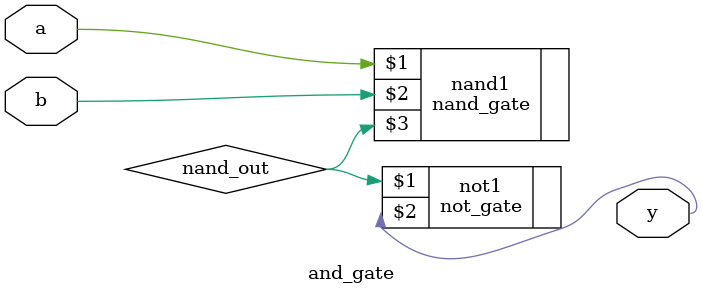
<source format=v>
`timescale 1ns / 1ps

module and_gate (
  input wire a, // 入力A
  input wire b, // 入力B
  output wire y // 出力Y = A AND B
);
  wire nand_out;

  nand_gate nand1 (a, b, nand_out);
  not_gate not1 (nand_out, y);
endmodule
</source>
